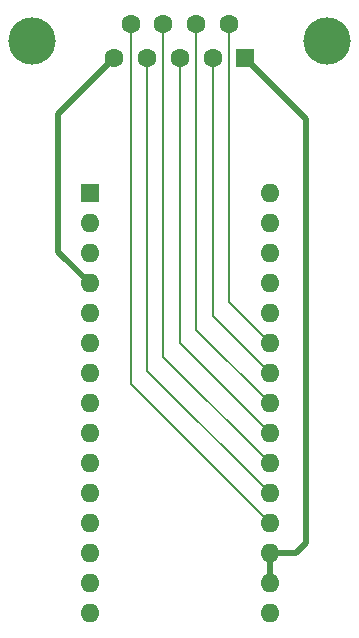
<source format=gtl>
%TF.GenerationSoftware,KiCad,Pcbnew,8.0.3*%
%TF.CreationDate,2024-07-08T14:58:30-04:00*%
%TF.ProjectId,TempSensorArduino,54656d70-5365-46e7-936f-724172647569,rev?*%
%TF.SameCoordinates,Original*%
%TF.FileFunction,Copper,L1,Top*%
%TF.FilePolarity,Positive*%
%FSLAX46Y46*%
G04 Gerber Fmt 4.6, Leading zero omitted, Abs format (unit mm)*
G04 Created by KiCad (PCBNEW 8.0.3) date 2024-07-08 14:58:30*
%MOMM*%
%LPD*%
G01*
G04 APERTURE LIST*
%TA.AperFunction,ComponentPad*%
%ADD10R,1.600000X1.600000*%
%TD*%
%TA.AperFunction,ComponentPad*%
%ADD11O,1.600000X1.600000*%
%TD*%
%TA.AperFunction,ComponentPad*%
%ADD12C,4.000000*%
%TD*%
%TA.AperFunction,ComponentPad*%
%ADD13C,1.600000*%
%TD*%
%TA.AperFunction,Conductor*%
%ADD14C,0.200000*%
%TD*%
%TA.AperFunction,Conductor*%
%ADD15C,0.500000*%
%TD*%
G04 APERTURE END LIST*
D10*
%TO.P,A1,1,TX1*%
%TO.N,unconnected-(A1-TX1-Pad1)*%
X147890000Y-84000000D03*
D11*
%TO.P,A1,2,RX1*%
%TO.N,unconnected-(A1-RX1-Pad2)*%
X147890000Y-86540000D03*
%TO.P,A1,3,~{RESET}*%
%TO.N,unconnected-(A1-~{RESET}-Pad3)*%
X147890000Y-89080000D03*
%TO.P,A1,4,GND*%
%TO.N,Net-(A1-GND-Pad29)*%
X147890000Y-91620000D03*
%TO.P,A1,5,D2*%
%TO.N,unconnected-(A1-D2-Pad5)*%
X147890000Y-94160000D03*
%TO.P,A1,6,D3*%
%TO.N,unconnected-(A1-D3-Pad6)*%
X147890000Y-96700000D03*
%TO.P,A1,7,D4*%
%TO.N,unconnected-(A1-D4-Pad7)*%
X147890000Y-99240000D03*
%TO.P,A1,8,D5*%
%TO.N,unconnected-(A1-D5-Pad8)*%
X147890000Y-101780000D03*
%TO.P,A1,9,D6*%
%TO.N,unconnected-(A1-D6-Pad9)*%
X147890000Y-104320000D03*
%TO.P,A1,10,D7*%
%TO.N,unconnected-(A1-D7-Pad10)*%
X147890000Y-106860000D03*
%TO.P,A1,11,D8*%
%TO.N,unconnected-(A1-D8-Pad11)*%
X147890000Y-109400000D03*
%TO.P,A1,12,D9*%
%TO.N,unconnected-(A1-D9-Pad12)*%
X147890000Y-111940000D03*
%TO.P,A1,13,D10*%
%TO.N,unconnected-(A1-D10-Pad13)*%
X147890000Y-114480000D03*
%TO.P,A1,14,MOSI*%
%TO.N,unconnected-(A1-MOSI-Pad14)*%
X147890000Y-117020000D03*
%TO.P,A1,15,MISO*%
%TO.N,unconnected-(A1-MISO-Pad15)*%
X147890000Y-119560000D03*
%TO.P,A1,16,SCK*%
%TO.N,unconnected-(A1-SCK-Pad16)*%
X163130000Y-119560000D03*
%TO.P,A1,17,3V3*%
%TO.N,Net-(A1-3V3)*%
X163130000Y-117020000D03*
%TO.P,A1,18,AREF*%
X163130000Y-114480000D03*
%TO.P,A1,19,A0*%
%TO.N,Net-(A1-A0)*%
X163130000Y-111940000D03*
%TO.P,A1,20,A1*%
%TO.N,Net-(A1-A1)*%
X163130000Y-109400000D03*
%TO.P,A1,21,A2*%
%TO.N,Net-(A1-A2)*%
X163130000Y-106860000D03*
%TO.P,A1,22,A3*%
%TO.N,Net-(A1-A3)*%
X163130000Y-104320000D03*
%TO.P,A1,23,SDA/A4*%
%TO.N,Net-(A1-SDA{slash}A4)*%
X163130000Y-101780000D03*
%TO.P,A1,24,SCL/A5*%
%TO.N,Net-(A1-SCL{slash}A5)*%
X163130000Y-99240000D03*
%TO.P,A1,25,A6*%
%TO.N,Net-(A1-A6)*%
X163130000Y-96700000D03*
%TO.P,A1,26,A7*%
%TO.N,unconnected-(A1-A7-Pad26)*%
X163130000Y-94160000D03*
%TO.P,A1,27,+5V*%
%TO.N,unconnected-(A1-+5V-Pad27)*%
X163130000Y-91620000D03*
%TO.P,A1,28,~{RESET}*%
%TO.N,unconnected-(A1-~{RESET}-Pad28)*%
X163130000Y-89080000D03*
%TO.P,A1,29,GND*%
%TO.N,Net-(A1-GND-Pad29)*%
X163130000Y-86540000D03*
%TO.P,A1,30,VIN*%
%TO.N,unconnected-(A1-VIN-Pad30)*%
X163130000Y-84000000D03*
%TD*%
D12*
%TO.P,J1,0,PAD*%
%TO.N,unconnected-(J1-PAD-Pad0)*%
X168010000Y-71110331D03*
X143010000Y-71110331D03*
D10*
%TO.P,J1,1,1*%
%TO.N,Net-(A1-3V3)*%
X161050000Y-72530331D03*
D13*
%TO.P,J1,2,2*%
%TO.N,Net-(A1-SCL{slash}A5)*%
X158280000Y-72530331D03*
%TO.P,J1,3,3*%
%TO.N,Net-(A1-A3)*%
X155510000Y-72530331D03*
%TO.P,J1,4,4*%
%TO.N,Net-(A1-A1)*%
X152740000Y-72530331D03*
%TO.P,J1,5,5*%
%TO.N,Net-(A1-GND-Pad29)*%
X149970000Y-72530331D03*
%TO.P,J1,6,6*%
%TO.N,Net-(A1-A6)*%
X159665000Y-69690331D03*
%TO.P,J1,7,7*%
%TO.N,Net-(A1-SDA{slash}A4)*%
X156895000Y-69690331D03*
%TO.P,J1,8,8*%
%TO.N,Net-(A1-A2)*%
X154125000Y-69690331D03*
%TO.P,J1,9,9*%
%TO.N,Net-(A1-A0)*%
X151355000Y-69690331D03*
%TD*%
D14*
%TO.N,Net-(A1-SDA{slash}A4)*%
X156895000Y-69690331D02*
X156895000Y-95545000D01*
X156895000Y-69690331D02*
X156800000Y-69785331D01*
X156895000Y-95545000D02*
X163130000Y-101780000D01*
D15*
%TO.N,Net-(A1-GND-Pad29)*%
X145200000Y-88930000D02*
X147890000Y-91620000D01*
X145200000Y-77300331D02*
X145200000Y-88930000D01*
X149970000Y-72530331D02*
X145200000Y-77300331D01*
%TO.N,Net-(A1-3V3)*%
X166200000Y-77680331D02*
X166200000Y-113605000D01*
X165325000Y-114480000D02*
X163130000Y-114480000D01*
X163130000Y-117020000D02*
X163130000Y-114480000D01*
X161050000Y-72530331D02*
X166200000Y-77680331D01*
X166200000Y-113605000D02*
X165325000Y-114480000D01*
D14*
%TO.N,Net-(A1-A3)*%
X155510000Y-72530331D02*
X155510000Y-96700000D01*
X155510000Y-96700000D02*
X163130000Y-104320000D01*
X155510000Y-72830331D02*
X155490000Y-72850331D01*
%TO.N,Net-(A1-A6)*%
X159665000Y-69690331D02*
X159665000Y-93235000D01*
X159665000Y-93235000D02*
X163130000Y-96700000D01*
X159665000Y-69990331D02*
X159600000Y-70055331D01*
%TO.N,Net-(A1-SCL{slash}A5)*%
X158280000Y-72530331D02*
X158280000Y-94390000D01*
X158280000Y-94390000D02*
X163130000Y-99240000D01*
%TO.N,Net-(A1-A0)*%
X151572666Y-69772665D02*
X151355000Y-69990331D01*
X151355000Y-69690331D02*
X151355000Y-100165000D01*
X151355000Y-100165000D02*
X163130000Y-111940000D01*
%TO.N,Net-(A1-A1)*%
X152740000Y-99010000D02*
X163130000Y-109400000D01*
X152740000Y-72530331D02*
X152740000Y-99010000D01*
%TO.N,Net-(A1-A2)*%
X154125000Y-69690331D02*
X154125000Y-97855000D01*
X154125000Y-97855000D02*
X163130000Y-106860000D01*
X154325000Y-69790331D02*
X154125000Y-69990331D01*
%TD*%
M02*

</source>
